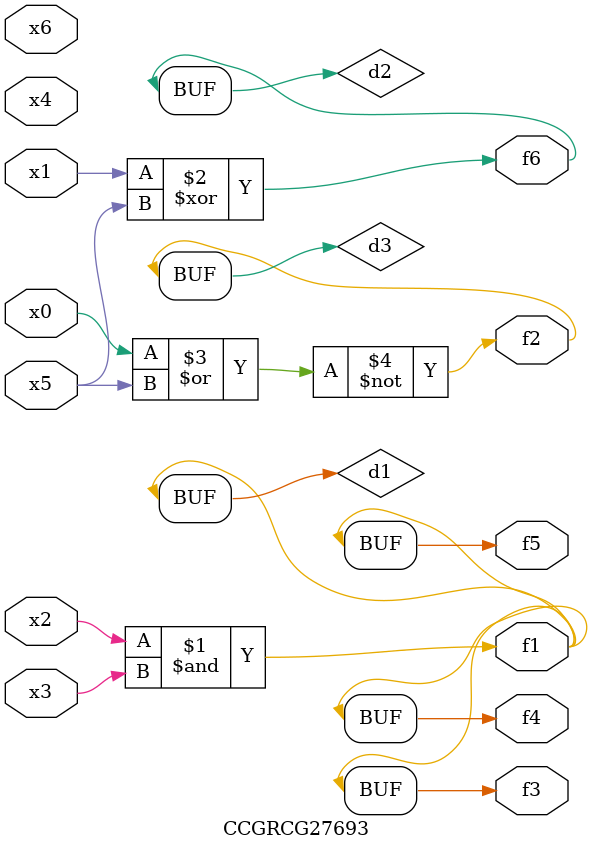
<source format=v>
module CCGRCG27693(
	input x0, x1, x2, x3, x4, x5, x6,
	output f1, f2, f3, f4, f5, f6
);

	wire d1, d2, d3;

	and (d1, x2, x3);
	xor (d2, x1, x5);
	nor (d3, x0, x5);
	assign f1 = d1;
	assign f2 = d3;
	assign f3 = d1;
	assign f4 = d1;
	assign f5 = d1;
	assign f6 = d2;
endmodule

</source>
